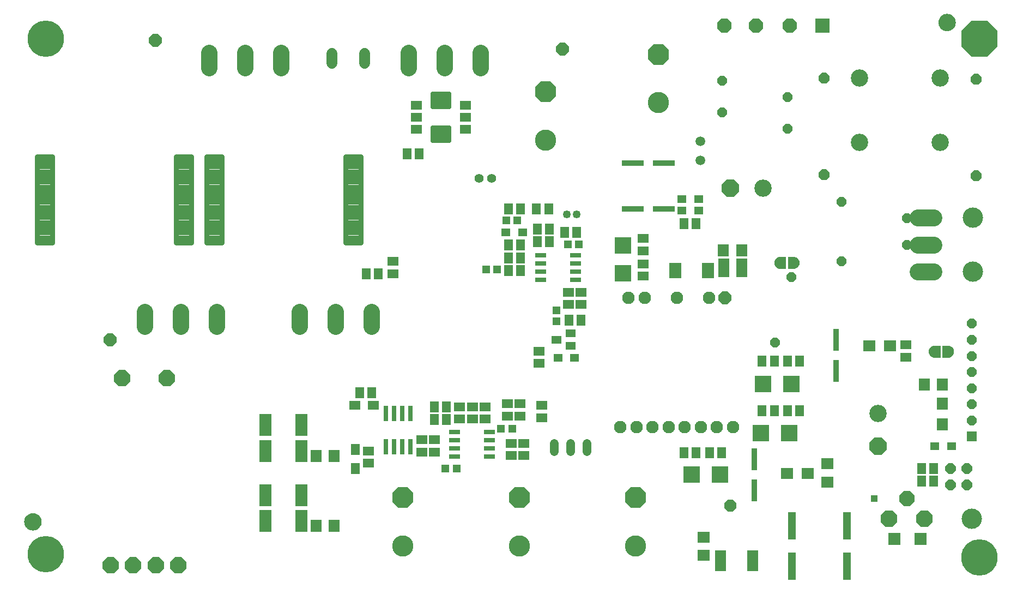
<source format=gts>
G75*
%MOIN*%
%OFA0B0*%
%FSLAX25Y25*%
%IPPOS*%
%LPD*%
%AMOC8*
5,1,8,0,0,1.08239X$1,22.5*
%
%ADD10C,0.10600*%
%ADD11OC8,0.06600*%
%ADD12C,0.10293*%
%ADD13C,0.12411*%
%ADD14OC8,0.06000*%
%ADD15R,0.08868X0.08868*%
%ADD16OC8,0.08868*%
%ADD17C,0.00500*%
%ADD18R,0.06506X0.05718*%
%ADD19R,0.05718X0.06506*%
%ADD20R,0.07687X0.13198*%
%ADD21R,0.06899X0.07687*%
%ADD22R,0.07687X0.06899*%
%ADD23C,0.12962*%
%ADD24OC8,0.12962*%
%ADD25R,0.05324X0.06506*%
%ADD26R,0.06506X0.05324*%
%ADD27OC8,0.07096*%
%ADD28R,0.06506X0.07490*%
%ADD29R,0.10049X0.10049*%
%ADD30R,0.07490X0.06506*%
%ADD31R,0.03600X0.13400*%
%ADD32R,0.07687X0.09261*%
%ADD33R,0.06899X0.11230*%
%ADD34OC8,0.10600*%
%ADD35R,0.05324X0.04537*%
%ADD36C,0.07687*%
%ADD37OC8,0.07687*%
%ADD38R,0.06899X0.07698*%
%ADD39R,0.06702X0.02962*%
%ADD40R,0.04931X0.04537*%
%ADD41R,0.06600X0.12600*%
%ADD42R,0.06600X0.05600*%
%ADD43C,0.02650*%
%ADD44C,0.00100*%
%ADD45R,0.02962X0.09261*%
%ADD46R,0.13400X0.03600*%
%ADD47OC8,0.10293*%
%ADD48R,0.07687X0.07293*%
%ADD49R,0.06112X0.04537*%
%ADD50C,0.04931*%
%ADD51C,0.05400*%
%ADD52C,0.09899*%
%ADD53C,0.06600*%
%ADD54C,0.03103*%
%ADD55OC8,0.09899*%
%ADD56C,0.05600*%
%ADD57OC8,0.09200*%
%ADD58R,0.04143X0.04143*%
%ADD59OC8,0.06506*%
%ADD60R,0.05915X0.05915*%
%ADD61OC8,0.05915*%
%ADD62R,0.04900X0.16600*%
%ADD63R,0.04537X0.04931*%
%ADD64C,0.05915*%
%ADD65OC8,0.22254*%
%ADD66C,0.22254*%
D10*
X0500844Y0265963D03*
X0559880Y0293876D03*
X0609093Y0293876D03*
X0609093Y0333246D03*
X0559880Y0333246D03*
X0571344Y0128463D03*
D11*
X0538094Y0274213D03*
X0538094Y0333213D03*
X0631094Y0332713D03*
X0631094Y0273713D03*
D12*
X0605315Y0247909D02*
X0595622Y0247909D01*
X0595622Y0231374D02*
X0605315Y0231374D01*
X0605315Y0214839D02*
X0595622Y0214839D01*
D13*
X0629209Y0214839D03*
X0629209Y0247909D03*
X0628421Y0064051D03*
D14*
X0508094Y0171713D03*
X0518094Y0211713D03*
X0548844Y0221463D03*
X0588844Y0231463D03*
X0588844Y0247713D03*
X0548844Y0257713D03*
X0515844Y0302463D03*
X0515844Y0321713D03*
X0475844Y0312463D03*
X0475844Y0331713D03*
D15*
X0537161Y0365232D03*
D16*
X0517161Y0365232D03*
X0496661Y0365232D03*
X0477161Y0365232D03*
D17*
X0608461Y0367201D02*
X0608537Y0366333D01*
X0608762Y0365491D01*
X0609130Y0364701D01*
X0609630Y0363987D01*
X0610247Y0363371D01*
X0610961Y0362871D01*
X0611751Y0362502D01*
X0612592Y0362277D01*
X0613461Y0362201D01*
X0614329Y0362277D01*
X0615171Y0362502D01*
X0615961Y0362871D01*
X0616675Y0363371D01*
X0617291Y0363987D01*
X0617791Y0364701D01*
X0618159Y0365491D01*
X0618385Y0366333D01*
X0618461Y0367201D01*
X0618385Y0368069D01*
X0618159Y0368911D01*
X0617791Y0369701D01*
X0617291Y0370415D01*
X0616675Y0371031D01*
X0615961Y0371531D01*
X0615171Y0371899D01*
X0614329Y0372125D01*
X0613461Y0372201D01*
X0612592Y0372125D01*
X0611751Y0371899D01*
X0610961Y0371531D01*
X0610247Y0371031D01*
X0609630Y0370415D01*
X0609130Y0369701D01*
X0608762Y0368911D01*
X0608537Y0368069D01*
X0608461Y0367201D01*
X0608462Y0367184D02*
X0618459Y0367184D01*
X0618418Y0367682D02*
X0608503Y0367682D01*
X0608567Y0368181D02*
X0618355Y0368181D01*
X0618221Y0368679D02*
X0608700Y0368679D01*
X0608887Y0369178D02*
X0618035Y0369178D01*
X0617802Y0369676D02*
X0609119Y0369676D01*
X0609463Y0370175D02*
X0617459Y0370175D01*
X0617032Y0370673D02*
X0609889Y0370673D01*
X0610448Y0371172D02*
X0616473Y0371172D01*
X0615661Y0371671D02*
X0611260Y0371671D01*
X0613098Y0372169D02*
X0613824Y0372169D01*
X0618416Y0366685D02*
X0608506Y0366685D01*
X0608576Y0366187D02*
X0618346Y0366187D01*
X0618212Y0365688D02*
X0608709Y0365688D01*
X0608902Y0365190D02*
X0618019Y0365190D01*
X0617784Y0364691D02*
X0609137Y0364691D01*
X0609486Y0364193D02*
X0617435Y0364193D01*
X0616998Y0363694D02*
X0609923Y0363694D01*
X0610496Y0363196D02*
X0616425Y0363196D01*
X0615589Y0362697D02*
X0611332Y0362697D01*
X0058736Y0064583D02*
X0059104Y0063793D01*
X0059330Y0062951D01*
X0059406Y0062083D01*
X0059330Y0061214D01*
X0059104Y0060373D01*
X0058736Y0059583D01*
X0058236Y0058869D01*
X0057619Y0058252D01*
X0056906Y0057753D01*
X0056116Y0057384D01*
X0055274Y0057159D01*
X0054406Y0057083D01*
X0053537Y0057159D01*
X0052695Y0057384D01*
X0051906Y0057753D01*
X0051192Y0058252D01*
X0050575Y0058869D01*
X0050075Y0059583D01*
X0049707Y0060373D01*
X0049481Y0061214D01*
X0049406Y0062083D01*
X0049481Y0062951D01*
X0049707Y0063793D01*
X0050075Y0064583D01*
X0050575Y0065297D01*
X0051192Y0065913D01*
X0051906Y0066413D01*
X0052695Y0066781D01*
X0053537Y0067007D01*
X0054406Y0067083D01*
X0055274Y0067007D01*
X0056116Y0066781D01*
X0056906Y0066413D01*
X0057619Y0065913D01*
X0058236Y0065297D01*
X0058736Y0064583D01*
X0058732Y0064588D02*
X0050079Y0064588D01*
X0049845Y0064089D02*
X0058966Y0064089D01*
X0059158Y0063591D02*
X0049653Y0063591D01*
X0049519Y0063092D02*
X0059292Y0063092D01*
X0059361Y0062594D02*
X0049450Y0062594D01*
X0049407Y0062095D02*
X0059404Y0062095D01*
X0059363Y0061596D02*
X0049448Y0061596D01*
X0049513Y0061098D02*
X0059298Y0061098D01*
X0059165Y0060599D02*
X0049646Y0060599D01*
X0049834Y0060101D02*
X0058977Y0060101D01*
X0058745Y0059602D02*
X0050066Y0059602D01*
X0050411Y0059104D02*
X0058400Y0059104D01*
X0057972Y0058605D02*
X0050839Y0058605D01*
X0051399Y0058107D02*
X0057412Y0058107D01*
X0056596Y0057608D02*
X0052215Y0057608D01*
X0054095Y0057110D02*
X0054716Y0057110D01*
X0058383Y0065086D02*
X0050428Y0065086D01*
X0050863Y0065585D02*
X0057948Y0065585D01*
X0057376Y0066083D02*
X0051435Y0066083D01*
X0052267Y0066582D02*
X0056544Y0066582D01*
X0054435Y0067080D02*
X0054376Y0067080D01*
D18*
X0259594Y0097972D03*
X0259594Y0105453D03*
X0292094Y0104722D03*
X0299844Y0104722D03*
X0299844Y0112203D03*
X0292094Y0112203D03*
X0315344Y0124972D03*
X0323094Y0124972D03*
X0330844Y0124972D03*
X0330844Y0132453D03*
X0323094Y0132453D03*
X0315344Y0132453D03*
X0344594Y0134203D03*
X0352344Y0134203D03*
X0352344Y0126722D03*
X0344594Y0126722D03*
X0365594Y0125722D03*
X0365594Y0133203D03*
X0354594Y0109953D03*
X0346844Y0109953D03*
X0346844Y0102472D03*
X0354594Y0102472D03*
X0363844Y0158972D03*
X0363844Y0166453D03*
X0381844Y0194972D03*
X0389594Y0194972D03*
X0389594Y0202453D03*
X0381844Y0202453D03*
X0427594Y0212222D03*
X0427594Y0219703D03*
X0427594Y0227722D03*
X0427594Y0235203D03*
X0274594Y0221203D03*
X0274594Y0213722D03*
X0588094Y0170203D03*
X0588094Y0162722D03*
D19*
X0523335Y0160213D03*
X0515854Y0160213D03*
X0507835Y0160213D03*
X0500354Y0160213D03*
X0500354Y0129963D03*
X0507835Y0129963D03*
X0515854Y0129963D03*
X0523335Y0129963D03*
X0475585Y0104213D03*
X0468104Y0104213D03*
X0460085Y0104213D03*
X0452604Y0104213D03*
X0389585Y0185463D03*
X0382104Y0185463D03*
X0352585Y0215713D03*
X0345104Y0215713D03*
X0345104Y0223463D03*
X0352585Y0223463D03*
X0352585Y0231213D03*
X0345104Y0231213D03*
X0362854Y0233213D03*
X0370335Y0233213D03*
X0370335Y0240963D03*
X0362854Y0240963D03*
X0362354Y0253463D03*
X0369835Y0253463D03*
X0352585Y0253463D03*
X0345104Y0253463D03*
X0379604Y0238963D03*
X0387085Y0238963D03*
X0452604Y0244463D03*
X0460085Y0244463D03*
X0290585Y0286813D03*
X0283104Y0286813D03*
X0265585Y0213713D03*
X0258104Y0213713D03*
X0261585Y0140963D03*
X0254104Y0140963D03*
X0299854Y0132463D03*
X0307335Y0132463D03*
X0307335Y0124713D03*
X0299854Y0124713D03*
X0597854Y0094713D03*
X0605335Y0094713D03*
X0605335Y0086963D03*
X0597854Y0086963D03*
D20*
X0218618Y0078463D03*
X0196571Y0078463D03*
X0196571Y0062713D03*
X0218618Y0062713D03*
X0218618Y0105463D03*
X0196571Y0105463D03*
X0196571Y0121213D03*
X0218618Y0121213D03*
D21*
X0227583Y0102213D03*
X0238606Y0102213D03*
X0238606Y0059713D03*
X0227583Y0059713D03*
X0599583Y0145963D03*
X0610606Y0145963D03*
D22*
X0540344Y0097474D03*
X0540344Y0086451D03*
X0464594Y0052724D03*
X0464594Y0041701D03*
D23*
X0422844Y0047449D03*
X0351844Y0047449D03*
X0280594Y0047449D03*
X0367844Y0295449D03*
X0436844Y0318199D03*
D24*
X0436844Y0347726D03*
X0367844Y0324976D03*
X0351844Y0076976D03*
X0422844Y0076976D03*
X0280594Y0076976D03*
D25*
X0251594Y0094754D03*
X0251594Y0106171D03*
D26*
X0251136Y0133213D03*
X0262553Y0133213D03*
D27*
X0480844Y0071963D03*
D28*
X0610594Y0121561D03*
X0610594Y0134360D03*
D29*
X0518256Y0146463D03*
X0500933Y0146463D03*
X0499683Y0116463D03*
X0517006Y0116463D03*
X0474506Y0090963D03*
X0457183Y0090963D03*
X0415094Y0213801D03*
X0415094Y0231124D03*
D30*
X0565943Y0169713D03*
X0578742Y0169713D03*
X0528242Y0091713D03*
X0515443Y0091713D03*
D31*
X0495594Y0100463D03*
X0495594Y0081463D03*
X0545594Y0154213D03*
X0545594Y0173213D03*
D32*
X0467384Y0215713D03*
X0447305Y0215713D03*
D33*
X0476833Y0217213D03*
X0487856Y0217213D03*
D34*
X0480844Y0265963D03*
X0571344Y0108463D03*
D35*
X0605976Y0108463D03*
X0616213Y0108463D03*
X0385713Y0162463D03*
X0375476Y0162463D03*
X0353963Y0238963D03*
X0343726Y0238963D03*
X0451226Y0252463D03*
X0451226Y0259213D03*
X0461463Y0259213D03*
X0461463Y0252463D03*
D36*
X0467830Y0198833D03*
X0448144Y0198833D03*
X0428459Y0198833D03*
X0418617Y0198833D03*
X0423538Y0120093D03*
X0413696Y0120093D03*
X0433381Y0120093D03*
X0443223Y0120093D03*
X0453066Y0120093D03*
X0462908Y0120093D03*
X0472751Y0120093D03*
X0482593Y0120093D03*
D37*
X0477672Y0198833D03*
X0378094Y0350963D03*
X0129209Y0356374D03*
X0101650Y0173303D03*
D38*
X0476746Y0227963D03*
X0487943Y0227963D03*
D39*
X0386224Y0224943D03*
X0386224Y0219943D03*
X0386224Y0214943D03*
X0386224Y0209943D03*
X0364965Y0209943D03*
X0364965Y0214943D03*
X0364965Y0219943D03*
X0364965Y0224943D03*
X0333474Y0116943D03*
X0333474Y0111943D03*
X0333474Y0106943D03*
X0333474Y0101943D03*
X0312215Y0101943D03*
X0312215Y0106943D03*
X0312215Y0111943D03*
X0312215Y0116943D03*
D40*
X0340748Y0118963D03*
X0347441Y0118963D03*
X0313441Y0094713D03*
X0306748Y0094713D03*
X0331498Y0216213D03*
X0338191Y0216213D03*
X0381498Y0231713D03*
X0388191Y0231713D03*
X0350691Y0246213D03*
X0343998Y0246213D03*
D41*
X0474944Y0038213D03*
X0494744Y0038213D03*
D42*
X0318844Y0301913D03*
X0318844Y0309213D03*
X0318844Y0316513D03*
X0288844Y0316513D03*
X0288844Y0309213D03*
X0288844Y0301913D03*
D43*
X0298869Y0302888D02*
X0298869Y0294938D01*
X0298869Y0302888D02*
X0308819Y0302888D01*
X0308819Y0294938D01*
X0298869Y0294938D01*
X0298869Y0297587D02*
X0308819Y0297587D01*
X0308819Y0300236D02*
X0298869Y0300236D01*
X0298869Y0302885D02*
X0308819Y0302885D01*
X0298869Y0315538D02*
X0298869Y0323488D01*
X0308819Y0323488D01*
X0308819Y0315538D01*
X0298869Y0315538D01*
X0298869Y0318187D02*
X0308819Y0318187D01*
X0308819Y0320836D02*
X0298869Y0320836D01*
X0298869Y0323485D02*
X0308819Y0323485D01*
D44*
X0508111Y0221802D02*
X0507912Y0221145D01*
X0507844Y0220463D01*
X0507912Y0219780D01*
X0508111Y0219123D01*
X0508434Y0218518D01*
X0508870Y0217988D01*
X0509400Y0217552D01*
X0510005Y0217229D01*
X0510662Y0217030D01*
X0511344Y0216963D01*
X0514594Y0216963D01*
X0514594Y0223963D01*
X0511344Y0223963D01*
X0510662Y0223895D01*
X0510005Y0223696D01*
X0509400Y0223373D01*
X0508870Y0222937D01*
X0508434Y0222407D01*
X0508111Y0221802D01*
X0508112Y0221804D02*
X0514594Y0221804D01*
X0514594Y0221902D02*
X0508165Y0221902D01*
X0508217Y0222001D02*
X0514594Y0222001D01*
X0514594Y0222100D02*
X0508270Y0222100D01*
X0508323Y0222198D02*
X0514594Y0222198D01*
X0514594Y0222297D02*
X0508375Y0222297D01*
X0508428Y0222395D02*
X0514594Y0222395D01*
X0514594Y0222494D02*
X0508505Y0222494D01*
X0508586Y0222592D02*
X0514594Y0222592D01*
X0514594Y0222691D02*
X0508667Y0222691D01*
X0508748Y0222789D02*
X0514594Y0222789D01*
X0514594Y0222888D02*
X0508829Y0222888D01*
X0508929Y0222986D02*
X0514594Y0222986D01*
X0514594Y0223085D02*
X0509049Y0223085D01*
X0509169Y0223183D02*
X0514594Y0223183D01*
X0514594Y0223282D02*
X0509289Y0223282D01*
X0509414Y0223380D02*
X0514594Y0223380D01*
X0514594Y0223479D02*
X0509598Y0223479D01*
X0509782Y0223577D02*
X0514594Y0223577D01*
X0514594Y0223676D02*
X0509967Y0223676D01*
X0510262Y0223774D02*
X0514594Y0223774D01*
X0514594Y0223873D02*
X0510587Y0223873D01*
X0508082Y0221705D02*
X0514594Y0221705D01*
X0514594Y0221607D02*
X0508052Y0221607D01*
X0508022Y0221508D02*
X0514594Y0221508D01*
X0514594Y0221410D02*
X0507992Y0221410D01*
X0507962Y0221311D02*
X0514594Y0221311D01*
X0514594Y0221213D02*
X0507932Y0221213D01*
X0507909Y0221114D02*
X0514594Y0221114D01*
X0514594Y0221016D02*
X0507899Y0221016D01*
X0507889Y0220917D02*
X0514594Y0220917D01*
X0514594Y0220819D02*
X0507880Y0220819D01*
X0507870Y0220720D02*
X0514594Y0220720D01*
X0514594Y0220622D02*
X0507860Y0220622D01*
X0507850Y0220523D02*
X0514594Y0220523D01*
X0514594Y0220425D02*
X0507848Y0220425D01*
X0507858Y0220326D02*
X0514594Y0220326D01*
X0514594Y0220228D02*
X0507868Y0220228D01*
X0507877Y0220129D02*
X0514594Y0220129D01*
X0514594Y0220031D02*
X0507887Y0220031D01*
X0507897Y0219932D02*
X0514594Y0219932D01*
X0514594Y0219834D02*
X0507906Y0219834D01*
X0507925Y0219735D02*
X0514594Y0219735D01*
X0514594Y0219637D02*
X0507955Y0219637D01*
X0507985Y0219538D02*
X0514594Y0219538D01*
X0514594Y0219440D02*
X0508015Y0219440D01*
X0508045Y0219341D02*
X0514594Y0219341D01*
X0514594Y0219243D02*
X0508075Y0219243D01*
X0508105Y0219144D02*
X0514594Y0219144D01*
X0514594Y0219046D02*
X0508152Y0219046D01*
X0508205Y0218947D02*
X0514594Y0218947D01*
X0514594Y0218849D02*
X0508258Y0218849D01*
X0508310Y0218750D02*
X0514594Y0218750D01*
X0514594Y0218652D02*
X0508363Y0218652D01*
X0508416Y0218553D02*
X0514594Y0218553D01*
X0514594Y0218455D02*
X0508486Y0218455D01*
X0508567Y0218356D02*
X0514594Y0218356D01*
X0514594Y0218258D02*
X0508648Y0218258D01*
X0508729Y0218159D02*
X0514594Y0218159D01*
X0514594Y0218061D02*
X0508810Y0218061D01*
X0508901Y0217962D02*
X0514594Y0217962D01*
X0514594Y0217864D02*
X0509021Y0217864D01*
X0509141Y0217765D02*
X0514594Y0217765D01*
X0514594Y0217666D02*
X0509261Y0217666D01*
X0509381Y0217568D02*
X0514594Y0217568D01*
X0514594Y0217469D02*
X0509555Y0217469D01*
X0509740Y0217371D02*
X0514594Y0217371D01*
X0514594Y0217272D02*
X0509924Y0217272D01*
X0510187Y0217174D02*
X0514594Y0217174D01*
X0514594Y0217075D02*
X0510511Y0217075D01*
X0511199Y0216977D02*
X0514594Y0216977D01*
X0516094Y0216977D02*
X0519490Y0216977D01*
X0519344Y0216963D02*
X0520027Y0217030D01*
X0520684Y0217229D01*
X0521289Y0217552D01*
X0521819Y0217988D01*
X0522255Y0218518D01*
X0522578Y0219123D01*
X0522777Y0219780D01*
X0522844Y0220463D01*
X0522777Y0221145D01*
X0522578Y0221802D01*
X0522255Y0222407D01*
X0521819Y0222937D01*
X0521289Y0223373D01*
X0520684Y0223696D01*
X0520027Y0223895D01*
X0519344Y0223963D01*
X0516094Y0223963D01*
X0516094Y0216963D01*
X0519344Y0216963D01*
X0520178Y0217075D02*
X0516094Y0217075D01*
X0516094Y0217174D02*
X0520502Y0217174D01*
X0520765Y0217272D02*
X0516094Y0217272D01*
X0516094Y0217371D02*
X0520949Y0217371D01*
X0521134Y0217469D02*
X0516094Y0217469D01*
X0516094Y0217568D02*
X0521308Y0217568D01*
X0521428Y0217666D02*
X0516094Y0217666D01*
X0516094Y0217765D02*
X0521548Y0217765D01*
X0521668Y0217864D02*
X0516094Y0217864D01*
X0516094Y0217962D02*
X0521788Y0217962D01*
X0521879Y0218061D02*
X0516094Y0218061D01*
X0516094Y0218159D02*
X0521960Y0218159D01*
X0522041Y0218258D02*
X0516094Y0218258D01*
X0516094Y0218356D02*
X0522122Y0218356D01*
X0522202Y0218455D02*
X0516094Y0218455D01*
X0516094Y0218553D02*
X0522273Y0218553D01*
X0522326Y0218652D02*
X0516094Y0218652D01*
X0516094Y0218750D02*
X0522379Y0218750D01*
X0522431Y0218849D02*
X0516094Y0218849D01*
X0516094Y0218947D02*
X0522484Y0218947D01*
X0522537Y0219046D02*
X0516094Y0219046D01*
X0516094Y0219144D02*
X0522584Y0219144D01*
X0522614Y0219243D02*
X0516094Y0219243D01*
X0516094Y0219341D02*
X0522644Y0219341D01*
X0522674Y0219440D02*
X0516094Y0219440D01*
X0516094Y0219538D02*
X0522704Y0219538D01*
X0522734Y0219637D02*
X0516094Y0219637D01*
X0516094Y0219735D02*
X0522764Y0219735D01*
X0522783Y0219834D02*
X0516094Y0219834D01*
X0516094Y0219932D02*
X0522792Y0219932D01*
X0522802Y0220031D02*
X0516094Y0220031D01*
X0516094Y0220129D02*
X0522812Y0220129D01*
X0522821Y0220228D02*
X0516094Y0220228D01*
X0516094Y0220326D02*
X0522831Y0220326D01*
X0522841Y0220425D02*
X0516094Y0220425D01*
X0516094Y0220523D02*
X0522839Y0220523D01*
X0522829Y0220622D02*
X0516094Y0220622D01*
X0516094Y0220720D02*
X0522819Y0220720D01*
X0522809Y0220819D02*
X0516094Y0220819D01*
X0516094Y0220917D02*
X0522800Y0220917D01*
X0522790Y0221016D02*
X0516094Y0221016D01*
X0516094Y0221114D02*
X0522780Y0221114D01*
X0522757Y0221213D02*
X0516094Y0221213D01*
X0516094Y0221311D02*
X0522727Y0221311D01*
X0522697Y0221410D02*
X0516094Y0221410D01*
X0516094Y0221508D02*
X0522667Y0221508D01*
X0522637Y0221607D02*
X0516094Y0221607D01*
X0516094Y0221705D02*
X0522607Y0221705D01*
X0522577Y0221804D02*
X0516094Y0221804D01*
X0516094Y0221902D02*
X0522524Y0221902D01*
X0522472Y0222001D02*
X0516094Y0222001D01*
X0516094Y0222100D02*
X0522419Y0222100D01*
X0522366Y0222198D02*
X0516094Y0222198D01*
X0516094Y0222297D02*
X0522314Y0222297D01*
X0522261Y0222395D02*
X0516094Y0222395D01*
X0516094Y0222494D02*
X0522184Y0222494D01*
X0522103Y0222592D02*
X0516094Y0222592D01*
X0516094Y0222691D02*
X0522022Y0222691D01*
X0521941Y0222789D02*
X0516094Y0222789D01*
X0516094Y0222888D02*
X0521860Y0222888D01*
X0521760Y0222986D02*
X0516094Y0222986D01*
X0516094Y0223085D02*
X0521640Y0223085D01*
X0521520Y0223183D02*
X0516094Y0223183D01*
X0516094Y0223282D02*
X0521400Y0223282D01*
X0521275Y0223380D02*
X0516094Y0223380D01*
X0516094Y0223479D02*
X0521091Y0223479D01*
X0520907Y0223577D02*
X0516094Y0223577D01*
X0516094Y0223676D02*
X0520722Y0223676D01*
X0520427Y0223774D02*
X0516094Y0223774D01*
X0516094Y0223873D02*
X0520102Y0223873D01*
X0603370Y0168687D02*
X0603900Y0169123D01*
X0604505Y0169446D01*
X0605162Y0169645D01*
X0605844Y0169713D01*
X0609094Y0169713D01*
X0609094Y0162713D01*
X0605844Y0162713D01*
X0605162Y0162780D01*
X0604505Y0162979D01*
X0603900Y0163302D01*
X0603370Y0163738D01*
X0602934Y0164268D01*
X0602611Y0164873D01*
X0602412Y0165530D01*
X0602344Y0166213D01*
X0602412Y0166895D01*
X0602611Y0167552D01*
X0602934Y0168157D01*
X0603370Y0168687D01*
X0603393Y0168706D02*
X0609094Y0168706D01*
X0609094Y0168608D02*
X0603304Y0168608D01*
X0603223Y0168509D02*
X0609094Y0168509D01*
X0609094Y0168411D02*
X0603143Y0168411D01*
X0603062Y0168312D02*
X0609094Y0168312D01*
X0609094Y0168214D02*
X0602981Y0168214D01*
X0602912Y0168115D02*
X0609094Y0168115D01*
X0609094Y0168017D02*
X0602859Y0168017D01*
X0602807Y0167918D02*
X0609094Y0167918D01*
X0609094Y0167820D02*
X0602754Y0167820D01*
X0602701Y0167721D02*
X0609094Y0167721D01*
X0609094Y0167623D02*
X0602649Y0167623D01*
X0602602Y0167524D02*
X0609094Y0167524D01*
X0609094Y0167426D02*
X0602573Y0167426D01*
X0602543Y0167327D02*
X0609094Y0167327D01*
X0609094Y0167229D02*
X0602513Y0167229D01*
X0602483Y0167130D02*
X0609094Y0167130D01*
X0609094Y0167032D02*
X0602453Y0167032D01*
X0602423Y0166933D02*
X0609094Y0166933D01*
X0609094Y0166835D02*
X0602406Y0166835D01*
X0602396Y0166736D02*
X0609094Y0166736D01*
X0609094Y0166638D02*
X0602386Y0166638D01*
X0602377Y0166539D02*
X0609094Y0166539D01*
X0609094Y0166441D02*
X0602367Y0166441D01*
X0602357Y0166342D02*
X0609094Y0166342D01*
X0609094Y0166244D02*
X0602348Y0166244D01*
X0602351Y0166145D02*
X0609094Y0166145D01*
X0609094Y0166047D02*
X0602361Y0166047D01*
X0602371Y0165948D02*
X0609094Y0165948D01*
X0609094Y0165850D02*
X0602380Y0165850D01*
X0602390Y0165751D02*
X0609094Y0165751D01*
X0609094Y0165653D02*
X0602400Y0165653D01*
X0602409Y0165554D02*
X0609094Y0165554D01*
X0609094Y0165455D02*
X0602434Y0165455D01*
X0602464Y0165357D02*
X0609094Y0165357D01*
X0609094Y0165258D02*
X0602494Y0165258D01*
X0602524Y0165160D02*
X0609094Y0165160D01*
X0609094Y0165061D02*
X0602554Y0165061D01*
X0602584Y0164963D02*
X0609094Y0164963D01*
X0609094Y0164864D02*
X0602616Y0164864D01*
X0602668Y0164766D02*
X0609094Y0164766D01*
X0609094Y0164667D02*
X0602721Y0164667D01*
X0602774Y0164569D02*
X0609094Y0164569D01*
X0609094Y0164470D02*
X0602826Y0164470D01*
X0602879Y0164372D02*
X0609094Y0164372D01*
X0609094Y0164273D02*
X0602932Y0164273D01*
X0603011Y0164175D02*
X0609094Y0164175D01*
X0609094Y0164076D02*
X0603092Y0164076D01*
X0603173Y0163978D02*
X0609094Y0163978D01*
X0609094Y0163879D02*
X0603253Y0163879D01*
X0603334Y0163781D02*
X0609094Y0163781D01*
X0609094Y0163682D02*
X0603437Y0163682D01*
X0603557Y0163584D02*
X0609094Y0163584D01*
X0609094Y0163485D02*
X0603677Y0163485D01*
X0603797Y0163387D02*
X0609094Y0163387D01*
X0609094Y0163288D02*
X0603927Y0163288D01*
X0604111Y0163190D02*
X0609094Y0163190D01*
X0609094Y0163091D02*
X0604295Y0163091D01*
X0604479Y0162993D02*
X0609094Y0162993D01*
X0609094Y0162894D02*
X0604785Y0162894D01*
X0605109Y0162796D02*
X0609094Y0162796D01*
X0610594Y0162796D02*
X0614580Y0162796D01*
X0614527Y0162780D02*
X0615184Y0162979D01*
X0615789Y0163302D01*
X0616319Y0163738D01*
X0616755Y0164268D01*
X0617078Y0164873D01*
X0617277Y0165530D01*
X0617344Y0166213D01*
X0617277Y0166895D01*
X0617078Y0167552D01*
X0616755Y0168157D01*
X0616319Y0168687D01*
X0615789Y0169123D01*
X0615184Y0169446D01*
X0614527Y0169645D01*
X0613844Y0169713D01*
X0610594Y0169713D01*
X0610594Y0162713D01*
X0613844Y0162713D01*
X0614527Y0162780D01*
X0614904Y0162894D02*
X0610594Y0162894D01*
X0610594Y0162993D02*
X0615209Y0162993D01*
X0615394Y0163091D02*
X0610594Y0163091D01*
X0610594Y0163190D02*
X0615578Y0163190D01*
X0615762Y0163288D02*
X0610594Y0163288D01*
X0610594Y0163387D02*
X0615892Y0163387D01*
X0616012Y0163485D02*
X0610594Y0163485D01*
X0610594Y0163584D02*
X0616132Y0163584D01*
X0616252Y0163682D02*
X0610594Y0163682D01*
X0610594Y0163781D02*
X0616355Y0163781D01*
X0616436Y0163879D02*
X0610594Y0163879D01*
X0610594Y0163978D02*
X0616516Y0163978D01*
X0616597Y0164076D02*
X0610594Y0164076D01*
X0610594Y0164175D02*
X0616678Y0164175D01*
X0616757Y0164273D02*
X0610594Y0164273D01*
X0610594Y0164372D02*
X0616810Y0164372D01*
X0616863Y0164470D02*
X0610594Y0164470D01*
X0610594Y0164569D02*
X0616915Y0164569D01*
X0616968Y0164667D02*
X0610594Y0164667D01*
X0610594Y0164766D02*
X0617021Y0164766D01*
X0617073Y0164864D02*
X0610594Y0164864D01*
X0610594Y0164963D02*
X0617105Y0164963D01*
X0617135Y0165061D02*
X0610594Y0165061D01*
X0610594Y0165160D02*
X0617165Y0165160D01*
X0617195Y0165258D02*
X0610594Y0165258D01*
X0610594Y0165357D02*
X0617225Y0165357D01*
X0617255Y0165455D02*
X0610594Y0165455D01*
X0610594Y0165554D02*
X0617280Y0165554D01*
X0617289Y0165653D02*
X0610594Y0165653D01*
X0610594Y0165751D02*
X0617299Y0165751D01*
X0617309Y0165850D02*
X0610594Y0165850D01*
X0610594Y0165948D02*
X0617318Y0165948D01*
X0617328Y0166047D02*
X0610594Y0166047D01*
X0610594Y0166145D02*
X0617338Y0166145D01*
X0617341Y0166244D02*
X0610594Y0166244D01*
X0610594Y0166342D02*
X0617332Y0166342D01*
X0617322Y0166441D02*
X0610594Y0166441D01*
X0610594Y0166539D02*
X0617312Y0166539D01*
X0617303Y0166638D02*
X0610594Y0166638D01*
X0610594Y0166736D02*
X0617293Y0166736D01*
X0617283Y0166835D02*
X0610594Y0166835D01*
X0610594Y0166933D02*
X0617266Y0166933D01*
X0617236Y0167032D02*
X0610594Y0167032D01*
X0610594Y0167130D02*
X0617206Y0167130D01*
X0617176Y0167229D02*
X0610594Y0167229D01*
X0610594Y0167327D02*
X0617146Y0167327D01*
X0617116Y0167426D02*
X0610594Y0167426D01*
X0610594Y0167524D02*
X0617086Y0167524D01*
X0617040Y0167623D02*
X0610594Y0167623D01*
X0610594Y0167721D02*
X0616988Y0167721D01*
X0616935Y0167820D02*
X0610594Y0167820D01*
X0610594Y0167918D02*
X0616882Y0167918D01*
X0616830Y0168017D02*
X0610594Y0168017D01*
X0610594Y0168115D02*
X0616777Y0168115D01*
X0616708Y0168214D02*
X0610594Y0168214D01*
X0610594Y0168312D02*
X0616627Y0168312D01*
X0616546Y0168411D02*
X0610594Y0168411D01*
X0610594Y0168509D02*
X0616466Y0168509D01*
X0616385Y0168608D02*
X0610594Y0168608D01*
X0610594Y0168706D02*
X0616296Y0168706D01*
X0616176Y0168805D02*
X0610594Y0168805D01*
X0610594Y0168903D02*
X0616056Y0168903D01*
X0615936Y0169002D02*
X0610594Y0169002D01*
X0610594Y0169100D02*
X0615816Y0169100D01*
X0615646Y0169199D02*
X0610594Y0169199D01*
X0610594Y0169297D02*
X0615462Y0169297D01*
X0615278Y0169396D02*
X0610594Y0169396D01*
X0610594Y0169494D02*
X0615025Y0169494D01*
X0614700Y0169593D02*
X0610594Y0169593D01*
X0610594Y0169691D02*
X0614059Y0169691D01*
X0609094Y0169691D02*
X0605630Y0169691D01*
X0604989Y0169593D02*
X0609094Y0169593D01*
X0609094Y0169494D02*
X0604664Y0169494D01*
X0604411Y0169396D02*
X0609094Y0169396D01*
X0609094Y0169297D02*
X0604227Y0169297D01*
X0604043Y0169199D02*
X0609094Y0169199D01*
X0609094Y0169100D02*
X0603873Y0169100D01*
X0603753Y0169002D02*
X0609094Y0169002D01*
X0609094Y0168903D02*
X0603633Y0168903D01*
X0603513Y0168805D02*
X0609094Y0168805D01*
D45*
X0285094Y0128449D03*
X0280094Y0128449D03*
X0275094Y0128449D03*
X0270094Y0128449D03*
X0270094Y0107976D03*
X0275094Y0107976D03*
X0280094Y0107976D03*
X0285094Y0107976D03*
D46*
X0421094Y0253463D03*
X0440094Y0253463D03*
X0440094Y0281463D03*
X0421094Y0281463D03*
D47*
X0578028Y0064051D03*
X0599681Y0064051D03*
D48*
X0597415Y0051713D03*
X0581274Y0051713D03*
D49*
X0383175Y0169722D03*
X0374514Y0173463D03*
X0383175Y0177203D03*
D50*
X0380892Y0249963D03*
X0386797Y0249963D03*
D51*
X0383344Y0109863D02*
X0383344Y0105063D01*
X0373344Y0105063D02*
X0373344Y0109863D01*
X0393344Y0109863D02*
X0393344Y0105063D01*
D52*
X0261445Y0181138D02*
X0261445Y0190437D01*
X0239445Y0190437D02*
X0239445Y0181138D01*
X0217445Y0181138D02*
X0217445Y0190437D01*
X0166957Y0190437D02*
X0166957Y0181138D01*
X0144957Y0181138D02*
X0144957Y0190437D01*
X0122957Y0190437D02*
X0122957Y0181138D01*
X0162327Y0339240D02*
X0162327Y0348539D01*
X0184327Y0348539D02*
X0184327Y0339240D01*
X0206327Y0339240D02*
X0206327Y0348539D01*
X0284374Y0348539D02*
X0284374Y0339240D01*
X0306374Y0339240D02*
X0306374Y0348539D01*
X0328374Y0348539D02*
X0328374Y0339240D01*
D53*
X0257319Y0342390D02*
X0257319Y0348390D01*
X0237319Y0348390D02*
X0237319Y0342390D01*
D54*
X0245710Y0285271D02*
X0245710Y0232655D01*
X0245710Y0285271D02*
X0255018Y0285271D01*
X0255018Y0232655D01*
X0245710Y0232655D01*
X0245710Y0235757D02*
X0255018Y0235757D01*
X0255018Y0238859D02*
X0245710Y0238859D01*
X0245710Y0241961D02*
X0255018Y0241961D01*
X0255018Y0245063D02*
X0245710Y0245063D01*
X0245710Y0248165D02*
X0255018Y0248165D01*
X0255018Y0251267D02*
X0245710Y0251267D01*
X0245710Y0254369D02*
X0255018Y0254369D01*
X0255018Y0257471D02*
X0245710Y0257471D01*
X0245710Y0260573D02*
X0255018Y0260573D01*
X0255018Y0263675D02*
X0245710Y0263675D01*
X0245710Y0266777D02*
X0255018Y0266777D01*
X0255018Y0269879D02*
X0245710Y0269879D01*
X0245710Y0272981D02*
X0255018Y0272981D01*
X0255018Y0276083D02*
X0245710Y0276083D01*
X0245710Y0279185D02*
X0255018Y0279185D01*
X0255018Y0282287D02*
X0245710Y0282287D01*
X0160671Y0285271D02*
X0160671Y0232655D01*
X0160671Y0285271D02*
X0169979Y0285271D01*
X0169979Y0232655D01*
X0160671Y0232655D01*
X0160671Y0235757D02*
X0169979Y0235757D01*
X0169979Y0238859D02*
X0160671Y0238859D01*
X0160671Y0241961D02*
X0169979Y0241961D01*
X0169979Y0245063D02*
X0160671Y0245063D01*
X0160671Y0248165D02*
X0169979Y0248165D01*
X0169979Y0251267D02*
X0160671Y0251267D01*
X0160671Y0254369D02*
X0169979Y0254369D01*
X0169979Y0257471D02*
X0160671Y0257471D01*
X0160671Y0260573D02*
X0169979Y0260573D01*
X0169979Y0263675D02*
X0160671Y0263675D01*
X0160671Y0266777D02*
X0169979Y0266777D01*
X0169979Y0269879D02*
X0160671Y0269879D01*
X0160671Y0272981D02*
X0169979Y0272981D01*
X0169979Y0276083D02*
X0160671Y0276083D01*
X0160671Y0279185D02*
X0169979Y0279185D01*
X0169979Y0282287D02*
X0160671Y0282287D01*
X0151268Y0285271D02*
X0151268Y0232655D01*
X0141960Y0232655D01*
X0141960Y0285271D01*
X0151268Y0285271D01*
X0151268Y0235757D02*
X0141960Y0235757D01*
X0141960Y0238859D02*
X0151268Y0238859D01*
X0151268Y0241961D02*
X0141960Y0241961D01*
X0141960Y0245063D02*
X0151268Y0245063D01*
X0151268Y0248165D02*
X0141960Y0248165D01*
X0141960Y0251267D02*
X0151268Y0251267D01*
X0151268Y0254369D02*
X0141960Y0254369D01*
X0141960Y0257471D02*
X0151268Y0257471D01*
X0151268Y0260573D02*
X0141960Y0260573D01*
X0141960Y0263675D02*
X0151268Y0263675D01*
X0151268Y0266777D02*
X0141960Y0266777D01*
X0141960Y0269879D02*
X0151268Y0269879D01*
X0151268Y0272981D02*
X0141960Y0272981D01*
X0141960Y0276083D02*
X0151268Y0276083D01*
X0151268Y0279185D02*
X0141960Y0279185D01*
X0141960Y0282287D02*
X0151268Y0282287D01*
X0066229Y0285271D02*
X0066229Y0232655D01*
X0056921Y0232655D01*
X0056921Y0285271D01*
X0066229Y0285271D01*
X0066229Y0235757D02*
X0056921Y0235757D01*
X0056921Y0238859D02*
X0066229Y0238859D01*
X0066229Y0241961D02*
X0056921Y0241961D01*
X0056921Y0245063D02*
X0066229Y0245063D01*
X0066229Y0248165D02*
X0056921Y0248165D01*
X0056921Y0251267D02*
X0066229Y0251267D01*
X0066229Y0254369D02*
X0056921Y0254369D01*
X0056921Y0257471D02*
X0066229Y0257471D01*
X0066229Y0260573D02*
X0056921Y0260573D01*
X0056921Y0263675D02*
X0066229Y0263675D01*
X0066229Y0266777D02*
X0056921Y0266777D01*
X0056921Y0269879D02*
X0066229Y0269879D01*
X0066229Y0272981D02*
X0056921Y0272981D01*
X0056921Y0276083D02*
X0066229Y0276083D01*
X0066229Y0279185D02*
X0056921Y0279185D01*
X0056921Y0282287D02*
X0066229Y0282287D01*
D55*
X0108815Y0149799D03*
X0136374Y0149799D03*
X0129484Y0035626D03*
X0115705Y0035626D03*
X0101925Y0035626D03*
X0143264Y0035626D03*
D56*
X0327157Y0271963D03*
X0335031Y0271963D03*
D57*
X0588844Y0076463D03*
D58*
X0568844Y0076463D03*
D59*
X0615547Y0084642D03*
X0625547Y0084642D03*
X0625547Y0094642D03*
X0615547Y0094642D03*
D60*
X0628421Y0114248D03*
D61*
X0628421Y0124091D03*
X0628421Y0133933D03*
X0628421Y0143776D03*
X0628421Y0153618D03*
X0628421Y0163461D03*
X0628421Y0173303D03*
X0628421Y0183146D03*
D62*
X0552094Y0059513D03*
X0518594Y0059513D03*
X0518594Y0034913D03*
X0552094Y0034913D03*
D63*
X0374594Y0184616D03*
X0374594Y0191309D03*
D64*
X0462594Y0282807D03*
X0462594Y0294618D03*
D65*
X0633146Y0357358D03*
D66*
X0062280Y0042398D03*
X0062280Y0357358D03*
X0633146Y0040429D03*
M02*

</source>
